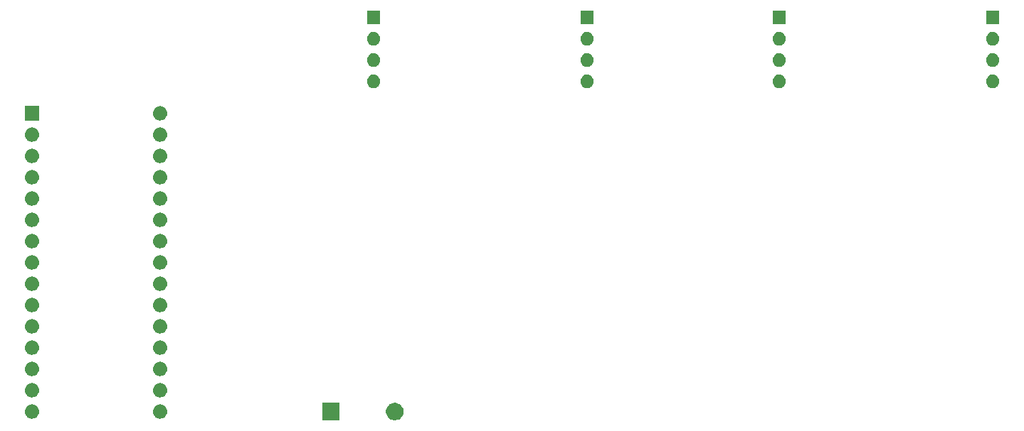
<source format=gbs>
G04 #@! TF.GenerationSoftware,KiCad,Pcbnew,(5.1.0)-1*
G04 #@! TF.CreationDate,2019-10-21T13:58:11-04:00*
G04 #@! TF.ProjectId,PCB_NEW,5043425f-4e45-4572-9e6b-696361645f70,rev?*
G04 #@! TF.SameCoordinates,Original*
G04 #@! TF.FileFunction,Soldermask,Bot*
G04 #@! TF.FilePolarity,Negative*
%FSLAX46Y46*%
G04 Gerber Fmt 4.6, Leading zero omitted, Abs format (unit mm)*
G04 Created by KiCad (PCBNEW (5.1.0)-1) date 2019-10-21 13:58:11*
%MOMM*%
%LPD*%
G04 APERTURE LIST*
%ADD10C,0.100000*%
G04 APERTURE END LIST*
D10*
G36*
X105696564Y-122179389D02*
G01*
X105887833Y-122258615D01*
X105887835Y-122258616D01*
X106008138Y-122339000D01*
X106059973Y-122373635D01*
X106206365Y-122520027D01*
X106321385Y-122692167D01*
X106400611Y-122883436D01*
X106441000Y-123086484D01*
X106441000Y-123293516D01*
X106400611Y-123496564D01*
X106330811Y-123665076D01*
X106321384Y-123687835D01*
X106206365Y-123859973D01*
X106059973Y-124006365D01*
X105887835Y-124121384D01*
X105887834Y-124121385D01*
X105887833Y-124121385D01*
X105696564Y-124200611D01*
X105493516Y-124241000D01*
X105286484Y-124241000D01*
X105083436Y-124200611D01*
X104892167Y-124121385D01*
X104892166Y-124121385D01*
X104892165Y-124121384D01*
X104720027Y-124006365D01*
X104573635Y-123859973D01*
X104458616Y-123687835D01*
X104449189Y-123665076D01*
X104379389Y-123496564D01*
X104339000Y-123293516D01*
X104339000Y-123086484D01*
X104379389Y-122883436D01*
X104458615Y-122692167D01*
X104573635Y-122520027D01*
X104720027Y-122373635D01*
X104771862Y-122339000D01*
X104892165Y-122258616D01*
X104892167Y-122258615D01*
X105083436Y-122179389D01*
X105286484Y-122139000D01*
X105493516Y-122139000D01*
X105696564Y-122179389D01*
X105696564Y-122179389D01*
G37*
G36*
X98841000Y-124241000D02*
G01*
X96739000Y-124241000D01*
X96739000Y-122139000D01*
X98841000Y-122139000D01*
X98841000Y-124241000D01*
X98841000Y-124241000D01*
G37*
G36*
X62396823Y-122351313D02*
G01*
X62557242Y-122399976D01*
X62689906Y-122470886D01*
X62705078Y-122478996D01*
X62834659Y-122585341D01*
X62941004Y-122714922D01*
X62941005Y-122714924D01*
X63020024Y-122862758D01*
X63068687Y-123023177D01*
X63085117Y-123190000D01*
X63068687Y-123356823D01*
X63020024Y-123517242D01*
X62949114Y-123649906D01*
X62941004Y-123665078D01*
X62834659Y-123794659D01*
X62705078Y-123901004D01*
X62705076Y-123901005D01*
X62557242Y-123980024D01*
X62396823Y-124028687D01*
X62271804Y-124041000D01*
X62188196Y-124041000D01*
X62063177Y-124028687D01*
X61902758Y-123980024D01*
X61754924Y-123901005D01*
X61754922Y-123901004D01*
X61625341Y-123794659D01*
X61518996Y-123665078D01*
X61510886Y-123649906D01*
X61439976Y-123517242D01*
X61391313Y-123356823D01*
X61374883Y-123190000D01*
X61391313Y-123023177D01*
X61439976Y-122862758D01*
X61518995Y-122714924D01*
X61518996Y-122714922D01*
X61625341Y-122585341D01*
X61754922Y-122478996D01*
X61770094Y-122470886D01*
X61902758Y-122399976D01*
X62063177Y-122351313D01*
X62188196Y-122339000D01*
X62271804Y-122339000D01*
X62396823Y-122351313D01*
X62396823Y-122351313D01*
G37*
G36*
X77636823Y-122351313D02*
G01*
X77797242Y-122399976D01*
X77929906Y-122470886D01*
X77945078Y-122478996D01*
X78074659Y-122585341D01*
X78181004Y-122714922D01*
X78181005Y-122714924D01*
X78260024Y-122862758D01*
X78308687Y-123023177D01*
X78325117Y-123190000D01*
X78308687Y-123356823D01*
X78260024Y-123517242D01*
X78189114Y-123649906D01*
X78181004Y-123665078D01*
X78074659Y-123794659D01*
X77945078Y-123901004D01*
X77945076Y-123901005D01*
X77797242Y-123980024D01*
X77636823Y-124028687D01*
X77511804Y-124041000D01*
X77428196Y-124041000D01*
X77303177Y-124028687D01*
X77142758Y-123980024D01*
X76994924Y-123901005D01*
X76994922Y-123901004D01*
X76865341Y-123794659D01*
X76758996Y-123665078D01*
X76750886Y-123649906D01*
X76679976Y-123517242D01*
X76631313Y-123356823D01*
X76614883Y-123190000D01*
X76631313Y-123023177D01*
X76679976Y-122862758D01*
X76758995Y-122714924D01*
X76758996Y-122714922D01*
X76865341Y-122585341D01*
X76994922Y-122478996D01*
X77010094Y-122470886D01*
X77142758Y-122399976D01*
X77303177Y-122351313D01*
X77428196Y-122339000D01*
X77511804Y-122339000D01*
X77636823Y-122351313D01*
X77636823Y-122351313D01*
G37*
G36*
X62396823Y-119811313D02*
G01*
X62557242Y-119859976D01*
X62689906Y-119930886D01*
X62705078Y-119938996D01*
X62834659Y-120045341D01*
X62941004Y-120174922D01*
X62941005Y-120174924D01*
X63020024Y-120322758D01*
X63068687Y-120483177D01*
X63085117Y-120650000D01*
X63068687Y-120816823D01*
X63020024Y-120977242D01*
X62949114Y-121109906D01*
X62941004Y-121125078D01*
X62834659Y-121254659D01*
X62705078Y-121361004D01*
X62705076Y-121361005D01*
X62557242Y-121440024D01*
X62396823Y-121488687D01*
X62271804Y-121501000D01*
X62188196Y-121501000D01*
X62063177Y-121488687D01*
X61902758Y-121440024D01*
X61754924Y-121361005D01*
X61754922Y-121361004D01*
X61625341Y-121254659D01*
X61518996Y-121125078D01*
X61510886Y-121109906D01*
X61439976Y-120977242D01*
X61391313Y-120816823D01*
X61374883Y-120650000D01*
X61391313Y-120483177D01*
X61439976Y-120322758D01*
X61518995Y-120174924D01*
X61518996Y-120174922D01*
X61625341Y-120045341D01*
X61754922Y-119938996D01*
X61770094Y-119930886D01*
X61902758Y-119859976D01*
X62063177Y-119811313D01*
X62188196Y-119799000D01*
X62271804Y-119799000D01*
X62396823Y-119811313D01*
X62396823Y-119811313D01*
G37*
G36*
X77636823Y-119811313D02*
G01*
X77797242Y-119859976D01*
X77929906Y-119930886D01*
X77945078Y-119938996D01*
X78074659Y-120045341D01*
X78181004Y-120174922D01*
X78181005Y-120174924D01*
X78260024Y-120322758D01*
X78308687Y-120483177D01*
X78325117Y-120650000D01*
X78308687Y-120816823D01*
X78260024Y-120977242D01*
X78189114Y-121109906D01*
X78181004Y-121125078D01*
X78074659Y-121254659D01*
X77945078Y-121361004D01*
X77945076Y-121361005D01*
X77797242Y-121440024D01*
X77636823Y-121488687D01*
X77511804Y-121501000D01*
X77428196Y-121501000D01*
X77303177Y-121488687D01*
X77142758Y-121440024D01*
X76994924Y-121361005D01*
X76994922Y-121361004D01*
X76865341Y-121254659D01*
X76758996Y-121125078D01*
X76750886Y-121109906D01*
X76679976Y-120977242D01*
X76631313Y-120816823D01*
X76614883Y-120650000D01*
X76631313Y-120483177D01*
X76679976Y-120322758D01*
X76758995Y-120174924D01*
X76758996Y-120174922D01*
X76865341Y-120045341D01*
X76994922Y-119938996D01*
X77010094Y-119930886D01*
X77142758Y-119859976D01*
X77303177Y-119811313D01*
X77428196Y-119799000D01*
X77511804Y-119799000D01*
X77636823Y-119811313D01*
X77636823Y-119811313D01*
G37*
G36*
X77636823Y-117271313D02*
G01*
X77797242Y-117319976D01*
X77929906Y-117390886D01*
X77945078Y-117398996D01*
X78074659Y-117505341D01*
X78181004Y-117634922D01*
X78181005Y-117634924D01*
X78260024Y-117782758D01*
X78308687Y-117943177D01*
X78325117Y-118110000D01*
X78308687Y-118276823D01*
X78260024Y-118437242D01*
X78189114Y-118569906D01*
X78181004Y-118585078D01*
X78074659Y-118714659D01*
X77945078Y-118821004D01*
X77945076Y-118821005D01*
X77797242Y-118900024D01*
X77636823Y-118948687D01*
X77511804Y-118961000D01*
X77428196Y-118961000D01*
X77303177Y-118948687D01*
X77142758Y-118900024D01*
X76994924Y-118821005D01*
X76994922Y-118821004D01*
X76865341Y-118714659D01*
X76758996Y-118585078D01*
X76750886Y-118569906D01*
X76679976Y-118437242D01*
X76631313Y-118276823D01*
X76614883Y-118110000D01*
X76631313Y-117943177D01*
X76679976Y-117782758D01*
X76758995Y-117634924D01*
X76758996Y-117634922D01*
X76865341Y-117505341D01*
X76994922Y-117398996D01*
X77010094Y-117390886D01*
X77142758Y-117319976D01*
X77303177Y-117271313D01*
X77428196Y-117259000D01*
X77511804Y-117259000D01*
X77636823Y-117271313D01*
X77636823Y-117271313D01*
G37*
G36*
X62396823Y-117271313D02*
G01*
X62557242Y-117319976D01*
X62689906Y-117390886D01*
X62705078Y-117398996D01*
X62834659Y-117505341D01*
X62941004Y-117634922D01*
X62941005Y-117634924D01*
X63020024Y-117782758D01*
X63068687Y-117943177D01*
X63085117Y-118110000D01*
X63068687Y-118276823D01*
X63020024Y-118437242D01*
X62949114Y-118569906D01*
X62941004Y-118585078D01*
X62834659Y-118714659D01*
X62705078Y-118821004D01*
X62705076Y-118821005D01*
X62557242Y-118900024D01*
X62396823Y-118948687D01*
X62271804Y-118961000D01*
X62188196Y-118961000D01*
X62063177Y-118948687D01*
X61902758Y-118900024D01*
X61754924Y-118821005D01*
X61754922Y-118821004D01*
X61625341Y-118714659D01*
X61518996Y-118585078D01*
X61510886Y-118569906D01*
X61439976Y-118437242D01*
X61391313Y-118276823D01*
X61374883Y-118110000D01*
X61391313Y-117943177D01*
X61439976Y-117782758D01*
X61518995Y-117634924D01*
X61518996Y-117634922D01*
X61625341Y-117505341D01*
X61754922Y-117398996D01*
X61770094Y-117390886D01*
X61902758Y-117319976D01*
X62063177Y-117271313D01*
X62188196Y-117259000D01*
X62271804Y-117259000D01*
X62396823Y-117271313D01*
X62396823Y-117271313D01*
G37*
G36*
X62396823Y-114731313D02*
G01*
X62557242Y-114779976D01*
X62689906Y-114850886D01*
X62705078Y-114858996D01*
X62834659Y-114965341D01*
X62941004Y-115094922D01*
X62941005Y-115094924D01*
X63020024Y-115242758D01*
X63068687Y-115403177D01*
X63085117Y-115570000D01*
X63068687Y-115736823D01*
X63020024Y-115897242D01*
X62949114Y-116029906D01*
X62941004Y-116045078D01*
X62834659Y-116174659D01*
X62705078Y-116281004D01*
X62705076Y-116281005D01*
X62557242Y-116360024D01*
X62396823Y-116408687D01*
X62271804Y-116421000D01*
X62188196Y-116421000D01*
X62063177Y-116408687D01*
X61902758Y-116360024D01*
X61754924Y-116281005D01*
X61754922Y-116281004D01*
X61625341Y-116174659D01*
X61518996Y-116045078D01*
X61510886Y-116029906D01*
X61439976Y-115897242D01*
X61391313Y-115736823D01*
X61374883Y-115570000D01*
X61391313Y-115403177D01*
X61439976Y-115242758D01*
X61518995Y-115094924D01*
X61518996Y-115094922D01*
X61625341Y-114965341D01*
X61754922Y-114858996D01*
X61770094Y-114850886D01*
X61902758Y-114779976D01*
X62063177Y-114731313D01*
X62188196Y-114719000D01*
X62271804Y-114719000D01*
X62396823Y-114731313D01*
X62396823Y-114731313D01*
G37*
G36*
X77636823Y-114731313D02*
G01*
X77797242Y-114779976D01*
X77929906Y-114850886D01*
X77945078Y-114858996D01*
X78074659Y-114965341D01*
X78181004Y-115094922D01*
X78181005Y-115094924D01*
X78260024Y-115242758D01*
X78308687Y-115403177D01*
X78325117Y-115570000D01*
X78308687Y-115736823D01*
X78260024Y-115897242D01*
X78189114Y-116029906D01*
X78181004Y-116045078D01*
X78074659Y-116174659D01*
X77945078Y-116281004D01*
X77945076Y-116281005D01*
X77797242Y-116360024D01*
X77636823Y-116408687D01*
X77511804Y-116421000D01*
X77428196Y-116421000D01*
X77303177Y-116408687D01*
X77142758Y-116360024D01*
X76994924Y-116281005D01*
X76994922Y-116281004D01*
X76865341Y-116174659D01*
X76758996Y-116045078D01*
X76750886Y-116029906D01*
X76679976Y-115897242D01*
X76631313Y-115736823D01*
X76614883Y-115570000D01*
X76631313Y-115403177D01*
X76679976Y-115242758D01*
X76758995Y-115094924D01*
X76758996Y-115094922D01*
X76865341Y-114965341D01*
X76994922Y-114858996D01*
X77010094Y-114850886D01*
X77142758Y-114779976D01*
X77303177Y-114731313D01*
X77428196Y-114719000D01*
X77511804Y-114719000D01*
X77636823Y-114731313D01*
X77636823Y-114731313D01*
G37*
G36*
X62396823Y-112191313D02*
G01*
X62557242Y-112239976D01*
X62689906Y-112310886D01*
X62705078Y-112318996D01*
X62834659Y-112425341D01*
X62941004Y-112554922D01*
X62941005Y-112554924D01*
X63020024Y-112702758D01*
X63068687Y-112863177D01*
X63085117Y-113030000D01*
X63068687Y-113196823D01*
X63020024Y-113357242D01*
X62949114Y-113489906D01*
X62941004Y-113505078D01*
X62834659Y-113634659D01*
X62705078Y-113741004D01*
X62705076Y-113741005D01*
X62557242Y-113820024D01*
X62396823Y-113868687D01*
X62271804Y-113881000D01*
X62188196Y-113881000D01*
X62063177Y-113868687D01*
X61902758Y-113820024D01*
X61754924Y-113741005D01*
X61754922Y-113741004D01*
X61625341Y-113634659D01*
X61518996Y-113505078D01*
X61510886Y-113489906D01*
X61439976Y-113357242D01*
X61391313Y-113196823D01*
X61374883Y-113030000D01*
X61391313Y-112863177D01*
X61439976Y-112702758D01*
X61518995Y-112554924D01*
X61518996Y-112554922D01*
X61625341Y-112425341D01*
X61754922Y-112318996D01*
X61770094Y-112310886D01*
X61902758Y-112239976D01*
X62063177Y-112191313D01*
X62188196Y-112179000D01*
X62271804Y-112179000D01*
X62396823Y-112191313D01*
X62396823Y-112191313D01*
G37*
G36*
X77636823Y-112191313D02*
G01*
X77797242Y-112239976D01*
X77929906Y-112310886D01*
X77945078Y-112318996D01*
X78074659Y-112425341D01*
X78181004Y-112554922D01*
X78181005Y-112554924D01*
X78260024Y-112702758D01*
X78308687Y-112863177D01*
X78325117Y-113030000D01*
X78308687Y-113196823D01*
X78260024Y-113357242D01*
X78189114Y-113489906D01*
X78181004Y-113505078D01*
X78074659Y-113634659D01*
X77945078Y-113741004D01*
X77945076Y-113741005D01*
X77797242Y-113820024D01*
X77636823Y-113868687D01*
X77511804Y-113881000D01*
X77428196Y-113881000D01*
X77303177Y-113868687D01*
X77142758Y-113820024D01*
X76994924Y-113741005D01*
X76994922Y-113741004D01*
X76865341Y-113634659D01*
X76758996Y-113505078D01*
X76750886Y-113489906D01*
X76679976Y-113357242D01*
X76631313Y-113196823D01*
X76614883Y-113030000D01*
X76631313Y-112863177D01*
X76679976Y-112702758D01*
X76758995Y-112554924D01*
X76758996Y-112554922D01*
X76865341Y-112425341D01*
X76994922Y-112318996D01*
X77010094Y-112310886D01*
X77142758Y-112239976D01*
X77303177Y-112191313D01*
X77428196Y-112179000D01*
X77511804Y-112179000D01*
X77636823Y-112191313D01*
X77636823Y-112191313D01*
G37*
G36*
X62396823Y-109651313D02*
G01*
X62557242Y-109699976D01*
X62689906Y-109770886D01*
X62705078Y-109778996D01*
X62834659Y-109885341D01*
X62941004Y-110014922D01*
X62941005Y-110014924D01*
X63020024Y-110162758D01*
X63068687Y-110323177D01*
X63085117Y-110490000D01*
X63068687Y-110656823D01*
X63020024Y-110817242D01*
X62949114Y-110949906D01*
X62941004Y-110965078D01*
X62834659Y-111094659D01*
X62705078Y-111201004D01*
X62705076Y-111201005D01*
X62557242Y-111280024D01*
X62396823Y-111328687D01*
X62271804Y-111341000D01*
X62188196Y-111341000D01*
X62063177Y-111328687D01*
X61902758Y-111280024D01*
X61754924Y-111201005D01*
X61754922Y-111201004D01*
X61625341Y-111094659D01*
X61518996Y-110965078D01*
X61510886Y-110949906D01*
X61439976Y-110817242D01*
X61391313Y-110656823D01*
X61374883Y-110490000D01*
X61391313Y-110323177D01*
X61439976Y-110162758D01*
X61518995Y-110014924D01*
X61518996Y-110014922D01*
X61625341Y-109885341D01*
X61754922Y-109778996D01*
X61770094Y-109770886D01*
X61902758Y-109699976D01*
X62063177Y-109651313D01*
X62188196Y-109639000D01*
X62271804Y-109639000D01*
X62396823Y-109651313D01*
X62396823Y-109651313D01*
G37*
G36*
X77636823Y-109651313D02*
G01*
X77797242Y-109699976D01*
X77929906Y-109770886D01*
X77945078Y-109778996D01*
X78074659Y-109885341D01*
X78181004Y-110014922D01*
X78181005Y-110014924D01*
X78260024Y-110162758D01*
X78308687Y-110323177D01*
X78325117Y-110490000D01*
X78308687Y-110656823D01*
X78260024Y-110817242D01*
X78189114Y-110949906D01*
X78181004Y-110965078D01*
X78074659Y-111094659D01*
X77945078Y-111201004D01*
X77945076Y-111201005D01*
X77797242Y-111280024D01*
X77636823Y-111328687D01*
X77511804Y-111341000D01*
X77428196Y-111341000D01*
X77303177Y-111328687D01*
X77142758Y-111280024D01*
X76994924Y-111201005D01*
X76994922Y-111201004D01*
X76865341Y-111094659D01*
X76758996Y-110965078D01*
X76750886Y-110949906D01*
X76679976Y-110817242D01*
X76631313Y-110656823D01*
X76614883Y-110490000D01*
X76631313Y-110323177D01*
X76679976Y-110162758D01*
X76758995Y-110014924D01*
X76758996Y-110014922D01*
X76865341Y-109885341D01*
X76994922Y-109778996D01*
X77010094Y-109770886D01*
X77142758Y-109699976D01*
X77303177Y-109651313D01*
X77428196Y-109639000D01*
X77511804Y-109639000D01*
X77636823Y-109651313D01*
X77636823Y-109651313D01*
G37*
G36*
X62396823Y-107111313D02*
G01*
X62557242Y-107159976D01*
X62689906Y-107230886D01*
X62705078Y-107238996D01*
X62834659Y-107345341D01*
X62941004Y-107474922D01*
X62941005Y-107474924D01*
X63020024Y-107622758D01*
X63068687Y-107783177D01*
X63085117Y-107950000D01*
X63068687Y-108116823D01*
X63020024Y-108277242D01*
X62949114Y-108409906D01*
X62941004Y-108425078D01*
X62834659Y-108554659D01*
X62705078Y-108661004D01*
X62705076Y-108661005D01*
X62557242Y-108740024D01*
X62396823Y-108788687D01*
X62271804Y-108801000D01*
X62188196Y-108801000D01*
X62063177Y-108788687D01*
X61902758Y-108740024D01*
X61754924Y-108661005D01*
X61754922Y-108661004D01*
X61625341Y-108554659D01*
X61518996Y-108425078D01*
X61510886Y-108409906D01*
X61439976Y-108277242D01*
X61391313Y-108116823D01*
X61374883Y-107950000D01*
X61391313Y-107783177D01*
X61439976Y-107622758D01*
X61518995Y-107474924D01*
X61518996Y-107474922D01*
X61625341Y-107345341D01*
X61754922Y-107238996D01*
X61770094Y-107230886D01*
X61902758Y-107159976D01*
X62063177Y-107111313D01*
X62188196Y-107099000D01*
X62271804Y-107099000D01*
X62396823Y-107111313D01*
X62396823Y-107111313D01*
G37*
G36*
X77636823Y-107111313D02*
G01*
X77797242Y-107159976D01*
X77929906Y-107230886D01*
X77945078Y-107238996D01*
X78074659Y-107345341D01*
X78181004Y-107474922D01*
X78181005Y-107474924D01*
X78260024Y-107622758D01*
X78308687Y-107783177D01*
X78325117Y-107950000D01*
X78308687Y-108116823D01*
X78260024Y-108277242D01*
X78189114Y-108409906D01*
X78181004Y-108425078D01*
X78074659Y-108554659D01*
X77945078Y-108661004D01*
X77945076Y-108661005D01*
X77797242Y-108740024D01*
X77636823Y-108788687D01*
X77511804Y-108801000D01*
X77428196Y-108801000D01*
X77303177Y-108788687D01*
X77142758Y-108740024D01*
X76994924Y-108661005D01*
X76994922Y-108661004D01*
X76865341Y-108554659D01*
X76758996Y-108425078D01*
X76750886Y-108409906D01*
X76679976Y-108277242D01*
X76631313Y-108116823D01*
X76614883Y-107950000D01*
X76631313Y-107783177D01*
X76679976Y-107622758D01*
X76758995Y-107474924D01*
X76758996Y-107474922D01*
X76865341Y-107345341D01*
X76994922Y-107238996D01*
X77010094Y-107230886D01*
X77142758Y-107159976D01*
X77303177Y-107111313D01*
X77428196Y-107099000D01*
X77511804Y-107099000D01*
X77636823Y-107111313D01*
X77636823Y-107111313D01*
G37*
G36*
X62396823Y-104571313D02*
G01*
X62557242Y-104619976D01*
X62689906Y-104690886D01*
X62705078Y-104698996D01*
X62834659Y-104805341D01*
X62941004Y-104934922D01*
X62941005Y-104934924D01*
X63020024Y-105082758D01*
X63068687Y-105243177D01*
X63085117Y-105410000D01*
X63068687Y-105576823D01*
X63020024Y-105737242D01*
X62949114Y-105869906D01*
X62941004Y-105885078D01*
X62834659Y-106014659D01*
X62705078Y-106121004D01*
X62705076Y-106121005D01*
X62557242Y-106200024D01*
X62396823Y-106248687D01*
X62271804Y-106261000D01*
X62188196Y-106261000D01*
X62063177Y-106248687D01*
X61902758Y-106200024D01*
X61754924Y-106121005D01*
X61754922Y-106121004D01*
X61625341Y-106014659D01*
X61518996Y-105885078D01*
X61510886Y-105869906D01*
X61439976Y-105737242D01*
X61391313Y-105576823D01*
X61374883Y-105410000D01*
X61391313Y-105243177D01*
X61439976Y-105082758D01*
X61518995Y-104934924D01*
X61518996Y-104934922D01*
X61625341Y-104805341D01*
X61754922Y-104698996D01*
X61770094Y-104690886D01*
X61902758Y-104619976D01*
X62063177Y-104571313D01*
X62188196Y-104559000D01*
X62271804Y-104559000D01*
X62396823Y-104571313D01*
X62396823Y-104571313D01*
G37*
G36*
X77636823Y-104571313D02*
G01*
X77797242Y-104619976D01*
X77929906Y-104690886D01*
X77945078Y-104698996D01*
X78074659Y-104805341D01*
X78181004Y-104934922D01*
X78181005Y-104934924D01*
X78260024Y-105082758D01*
X78308687Y-105243177D01*
X78325117Y-105410000D01*
X78308687Y-105576823D01*
X78260024Y-105737242D01*
X78189114Y-105869906D01*
X78181004Y-105885078D01*
X78074659Y-106014659D01*
X77945078Y-106121004D01*
X77945076Y-106121005D01*
X77797242Y-106200024D01*
X77636823Y-106248687D01*
X77511804Y-106261000D01*
X77428196Y-106261000D01*
X77303177Y-106248687D01*
X77142758Y-106200024D01*
X76994924Y-106121005D01*
X76994922Y-106121004D01*
X76865341Y-106014659D01*
X76758996Y-105885078D01*
X76750886Y-105869906D01*
X76679976Y-105737242D01*
X76631313Y-105576823D01*
X76614883Y-105410000D01*
X76631313Y-105243177D01*
X76679976Y-105082758D01*
X76758995Y-104934924D01*
X76758996Y-104934922D01*
X76865341Y-104805341D01*
X76994922Y-104698996D01*
X77010094Y-104690886D01*
X77142758Y-104619976D01*
X77303177Y-104571313D01*
X77428196Y-104559000D01*
X77511804Y-104559000D01*
X77636823Y-104571313D01*
X77636823Y-104571313D01*
G37*
G36*
X62396823Y-102031313D02*
G01*
X62557242Y-102079976D01*
X62689906Y-102150886D01*
X62705078Y-102158996D01*
X62834659Y-102265341D01*
X62941004Y-102394922D01*
X62941005Y-102394924D01*
X63020024Y-102542758D01*
X63068687Y-102703177D01*
X63085117Y-102870000D01*
X63068687Y-103036823D01*
X63020024Y-103197242D01*
X62949114Y-103329906D01*
X62941004Y-103345078D01*
X62834659Y-103474659D01*
X62705078Y-103581004D01*
X62705076Y-103581005D01*
X62557242Y-103660024D01*
X62396823Y-103708687D01*
X62271804Y-103721000D01*
X62188196Y-103721000D01*
X62063177Y-103708687D01*
X61902758Y-103660024D01*
X61754924Y-103581005D01*
X61754922Y-103581004D01*
X61625341Y-103474659D01*
X61518996Y-103345078D01*
X61510886Y-103329906D01*
X61439976Y-103197242D01*
X61391313Y-103036823D01*
X61374883Y-102870000D01*
X61391313Y-102703177D01*
X61439976Y-102542758D01*
X61518995Y-102394924D01*
X61518996Y-102394922D01*
X61625341Y-102265341D01*
X61754922Y-102158996D01*
X61770094Y-102150886D01*
X61902758Y-102079976D01*
X62063177Y-102031313D01*
X62188196Y-102019000D01*
X62271804Y-102019000D01*
X62396823Y-102031313D01*
X62396823Y-102031313D01*
G37*
G36*
X77636823Y-102031313D02*
G01*
X77797242Y-102079976D01*
X77929906Y-102150886D01*
X77945078Y-102158996D01*
X78074659Y-102265341D01*
X78181004Y-102394922D01*
X78181005Y-102394924D01*
X78260024Y-102542758D01*
X78308687Y-102703177D01*
X78325117Y-102870000D01*
X78308687Y-103036823D01*
X78260024Y-103197242D01*
X78189114Y-103329906D01*
X78181004Y-103345078D01*
X78074659Y-103474659D01*
X77945078Y-103581004D01*
X77945076Y-103581005D01*
X77797242Y-103660024D01*
X77636823Y-103708687D01*
X77511804Y-103721000D01*
X77428196Y-103721000D01*
X77303177Y-103708687D01*
X77142758Y-103660024D01*
X76994924Y-103581005D01*
X76994922Y-103581004D01*
X76865341Y-103474659D01*
X76758996Y-103345078D01*
X76750886Y-103329906D01*
X76679976Y-103197242D01*
X76631313Y-103036823D01*
X76614883Y-102870000D01*
X76631313Y-102703177D01*
X76679976Y-102542758D01*
X76758995Y-102394924D01*
X76758996Y-102394922D01*
X76865341Y-102265341D01*
X76994922Y-102158996D01*
X77010094Y-102150886D01*
X77142758Y-102079976D01*
X77303177Y-102031313D01*
X77428196Y-102019000D01*
X77511804Y-102019000D01*
X77636823Y-102031313D01*
X77636823Y-102031313D01*
G37*
G36*
X62396823Y-99491313D02*
G01*
X62557242Y-99539976D01*
X62689906Y-99610886D01*
X62705078Y-99618996D01*
X62834659Y-99725341D01*
X62941004Y-99854922D01*
X62941005Y-99854924D01*
X63020024Y-100002758D01*
X63068687Y-100163177D01*
X63085117Y-100330000D01*
X63068687Y-100496823D01*
X63020024Y-100657242D01*
X62949114Y-100789906D01*
X62941004Y-100805078D01*
X62834659Y-100934659D01*
X62705078Y-101041004D01*
X62705076Y-101041005D01*
X62557242Y-101120024D01*
X62396823Y-101168687D01*
X62271804Y-101181000D01*
X62188196Y-101181000D01*
X62063177Y-101168687D01*
X61902758Y-101120024D01*
X61754924Y-101041005D01*
X61754922Y-101041004D01*
X61625341Y-100934659D01*
X61518996Y-100805078D01*
X61510886Y-100789906D01*
X61439976Y-100657242D01*
X61391313Y-100496823D01*
X61374883Y-100330000D01*
X61391313Y-100163177D01*
X61439976Y-100002758D01*
X61518995Y-99854924D01*
X61518996Y-99854922D01*
X61625341Y-99725341D01*
X61754922Y-99618996D01*
X61770094Y-99610886D01*
X61902758Y-99539976D01*
X62063177Y-99491313D01*
X62188196Y-99479000D01*
X62271804Y-99479000D01*
X62396823Y-99491313D01*
X62396823Y-99491313D01*
G37*
G36*
X77636823Y-99491313D02*
G01*
X77797242Y-99539976D01*
X77929906Y-99610886D01*
X77945078Y-99618996D01*
X78074659Y-99725341D01*
X78181004Y-99854922D01*
X78181005Y-99854924D01*
X78260024Y-100002758D01*
X78308687Y-100163177D01*
X78325117Y-100330000D01*
X78308687Y-100496823D01*
X78260024Y-100657242D01*
X78189114Y-100789906D01*
X78181004Y-100805078D01*
X78074659Y-100934659D01*
X77945078Y-101041004D01*
X77945076Y-101041005D01*
X77797242Y-101120024D01*
X77636823Y-101168687D01*
X77511804Y-101181000D01*
X77428196Y-101181000D01*
X77303177Y-101168687D01*
X77142758Y-101120024D01*
X76994924Y-101041005D01*
X76994922Y-101041004D01*
X76865341Y-100934659D01*
X76758996Y-100805078D01*
X76750886Y-100789906D01*
X76679976Y-100657242D01*
X76631313Y-100496823D01*
X76614883Y-100330000D01*
X76631313Y-100163177D01*
X76679976Y-100002758D01*
X76758995Y-99854924D01*
X76758996Y-99854922D01*
X76865341Y-99725341D01*
X76994922Y-99618996D01*
X77010094Y-99610886D01*
X77142758Y-99539976D01*
X77303177Y-99491313D01*
X77428196Y-99479000D01*
X77511804Y-99479000D01*
X77636823Y-99491313D01*
X77636823Y-99491313D01*
G37*
G36*
X77636823Y-96951313D02*
G01*
X77797242Y-96999976D01*
X77929906Y-97070886D01*
X77945078Y-97078996D01*
X78074659Y-97185341D01*
X78181004Y-97314922D01*
X78181005Y-97314924D01*
X78260024Y-97462758D01*
X78308687Y-97623177D01*
X78325117Y-97790000D01*
X78308687Y-97956823D01*
X78260024Y-98117242D01*
X78189114Y-98249906D01*
X78181004Y-98265078D01*
X78074659Y-98394659D01*
X77945078Y-98501004D01*
X77945076Y-98501005D01*
X77797242Y-98580024D01*
X77636823Y-98628687D01*
X77511804Y-98641000D01*
X77428196Y-98641000D01*
X77303177Y-98628687D01*
X77142758Y-98580024D01*
X76994924Y-98501005D01*
X76994922Y-98501004D01*
X76865341Y-98394659D01*
X76758996Y-98265078D01*
X76750886Y-98249906D01*
X76679976Y-98117242D01*
X76631313Y-97956823D01*
X76614883Y-97790000D01*
X76631313Y-97623177D01*
X76679976Y-97462758D01*
X76758995Y-97314924D01*
X76758996Y-97314922D01*
X76865341Y-97185341D01*
X76994922Y-97078996D01*
X77010094Y-97070886D01*
X77142758Y-96999976D01*
X77303177Y-96951313D01*
X77428196Y-96939000D01*
X77511804Y-96939000D01*
X77636823Y-96951313D01*
X77636823Y-96951313D01*
G37*
G36*
X62396823Y-96951313D02*
G01*
X62557242Y-96999976D01*
X62689906Y-97070886D01*
X62705078Y-97078996D01*
X62834659Y-97185341D01*
X62941004Y-97314922D01*
X62941005Y-97314924D01*
X63020024Y-97462758D01*
X63068687Y-97623177D01*
X63085117Y-97790000D01*
X63068687Y-97956823D01*
X63020024Y-98117242D01*
X62949114Y-98249906D01*
X62941004Y-98265078D01*
X62834659Y-98394659D01*
X62705078Y-98501004D01*
X62705076Y-98501005D01*
X62557242Y-98580024D01*
X62396823Y-98628687D01*
X62271804Y-98641000D01*
X62188196Y-98641000D01*
X62063177Y-98628687D01*
X61902758Y-98580024D01*
X61754924Y-98501005D01*
X61754922Y-98501004D01*
X61625341Y-98394659D01*
X61518996Y-98265078D01*
X61510886Y-98249906D01*
X61439976Y-98117242D01*
X61391313Y-97956823D01*
X61374883Y-97790000D01*
X61391313Y-97623177D01*
X61439976Y-97462758D01*
X61518995Y-97314924D01*
X61518996Y-97314922D01*
X61625341Y-97185341D01*
X61754922Y-97078996D01*
X61770094Y-97070886D01*
X61902758Y-96999976D01*
X62063177Y-96951313D01*
X62188196Y-96939000D01*
X62271804Y-96939000D01*
X62396823Y-96951313D01*
X62396823Y-96951313D01*
G37*
G36*
X62396823Y-94411313D02*
G01*
X62557242Y-94459976D01*
X62689906Y-94530886D01*
X62705078Y-94538996D01*
X62834659Y-94645341D01*
X62941004Y-94774922D01*
X62941005Y-94774924D01*
X63020024Y-94922758D01*
X63068687Y-95083177D01*
X63085117Y-95250000D01*
X63068687Y-95416823D01*
X63020024Y-95577242D01*
X62949114Y-95709906D01*
X62941004Y-95725078D01*
X62834659Y-95854659D01*
X62705078Y-95961004D01*
X62705076Y-95961005D01*
X62557242Y-96040024D01*
X62396823Y-96088687D01*
X62271804Y-96101000D01*
X62188196Y-96101000D01*
X62063177Y-96088687D01*
X61902758Y-96040024D01*
X61754924Y-95961005D01*
X61754922Y-95961004D01*
X61625341Y-95854659D01*
X61518996Y-95725078D01*
X61510886Y-95709906D01*
X61439976Y-95577242D01*
X61391313Y-95416823D01*
X61374883Y-95250000D01*
X61391313Y-95083177D01*
X61439976Y-94922758D01*
X61518995Y-94774924D01*
X61518996Y-94774922D01*
X61625341Y-94645341D01*
X61754922Y-94538996D01*
X61770094Y-94530886D01*
X61902758Y-94459976D01*
X62063177Y-94411313D01*
X62188196Y-94399000D01*
X62271804Y-94399000D01*
X62396823Y-94411313D01*
X62396823Y-94411313D01*
G37*
G36*
X77636823Y-94411313D02*
G01*
X77797242Y-94459976D01*
X77929906Y-94530886D01*
X77945078Y-94538996D01*
X78074659Y-94645341D01*
X78181004Y-94774922D01*
X78181005Y-94774924D01*
X78260024Y-94922758D01*
X78308687Y-95083177D01*
X78325117Y-95250000D01*
X78308687Y-95416823D01*
X78260024Y-95577242D01*
X78189114Y-95709906D01*
X78181004Y-95725078D01*
X78074659Y-95854659D01*
X77945078Y-95961004D01*
X77945076Y-95961005D01*
X77797242Y-96040024D01*
X77636823Y-96088687D01*
X77511804Y-96101000D01*
X77428196Y-96101000D01*
X77303177Y-96088687D01*
X77142758Y-96040024D01*
X76994924Y-95961005D01*
X76994922Y-95961004D01*
X76865341Y-95854659D01*
X76758996Y-95725078D01*
X76750886Y-95709906D01*
X76679976Y-95577242D01*
X76631313Y-95416823D01*
X76614883Y-95250000D01*
X76631313Y-95083177D01*
X76679976Y-94922758D01*
X76758995Y-94774924D01*
X76758996Y-94774922D01*
X76865341Y-94645341D01*
X76994922Y-94538996D01*
X77010094Y-94530886D01*
X77142758Y-94459976D01*
X77303177Y-94411313D01*
X77428196Y-94399000D01*
X77511804Y-94399000D01*
X77636823Y-94411313D01*
X77636823Y-94411313D01*
G37*
G36*
X62396823Y-91871313D02*
G01*
X62557242Y-91919976D01*
X62689906Y-91990886D01*
X62705078Y-91998996D01*
X62834659Y-92105341D01*
X62941004Y-92234922D01*
X62941005Y-92234924D01*
X63020024Y-92382758D01*
X63068687Y-92543177D01*
X63085117Y-92710000D01*
X63068687Y-92876823D01*
X63020024Y-93037242D01*
X62949114Y-93169906D01*
X62941004Y-93185078D01*
X62834659Y-93314659D01*
X62705078Y-93421004D01*
X62705076Y-93421005D01*
X62557242Y-93500024D01*
X62396823Y-93548687D01*
X62271804Y-93561000D01*
X62188196Y-93561000D01*
X62063177Y-93548687D01*
X61902758Y-93500024D01*
X61754924Y-93421005D01*
X61754922Y-93421004D01*
X61625341Y-93314659D01*
X61518996Y-93185078D01*
X61510886Y-93169906D01*
X61439976Y-93037242D01*
X61391313Y-92876823D01*
X61374883Y-92710000D01*
X61391313Y-92543177D01*
X61439976Y-92382758D01*
X61518995Y-92234924D01*
X61518996Y-92234922D01*
X61625341Y-92105341D01*
X61754922Y-91998996D01*
X61770094Y-91990886D01*
X61902758Y-91919976D01*
X62063177Y-91871313D01*
X62188196Y-91859000D01*
X62271804Y-91859000D01*
X62396823Y-91871313D01*
X62396823Y-91871313D01*
G37*
G36*
X77636823Y-91871313D02*
G01*
X77797242Y-91919976D01*
X77929906Y-91990886D01*
X77945078Y-91998996D01*
X78074659Y-92105341D01*
X78181004Y-92234922D01*
X78181005Y-92234924D01*
X78260024Y-92382758D01*
X78308687Y-92543177D01*
X78325117Y-92710000D01*
X78308687Y-92876823D01*
X78260024Y-93037242D01*
X78189114Y-93169906D01*
X78181004Y-93185078D01*
X78074659Y-93314659D01*
X77945078Y-93421004D01*
X77945076Y-93421005D01*
X77797242Y-93500024D01*
X77636823Y-93548687D01*
X77511804Y-93561000D01*
X77428196Y-93561000D01*
X77303177Y-93548687D01*
X77142758Y-93500024D01*
X76994924Y-93421005D01*
X76994922Y-93421004D01*
X76865341Y-93314659D01*
X76758996Y-93185078D01*
X76750886Y-93169906D01*
X76679976Y-93037242D01*
X76631313Y-92876823D01*
X76614883Y-92710000D01*
X76631313Y-92543177D01*
X76679976Y-92382758D01*
X76758995Y-92234924D01*
X76758996Y-92234922D01*
X76865341Y-92105341D01*
X76994922Y-91998996D01*
X77010094Y-91990886D01*
X77142758Y-91919976D01*
X77303177Y-91871313D01*
X77428196Y-91859000D01*
X77511804Y-91859000D01*
X77636823Y-91871313D01*
X77636823Y-91871313D01*
G37*
G36*
X62396823Y-89331313D02*
G01*
X62557242Y-89379976D01*
X62689906Y-89450886D01*
X62705078Y-89458996D01*
X62834659Y-89565341D01*
X62941004Y-89694922D01*
X62941005Y-89694924D01*
X63020024Y-89842758D01*
X63068687Y-90003177D01*
X63085117Y-90170000D01*
X63068687Y-90336823D01*
X63020024Y-90497242D01*
X62949114Y-90629906D01*
X62941004Y-90645078D01*
X62834659Y-90774659D01*
X62705078Y-90881004D01*
X62705076Y-90881005D01*
X62557242Y-90960024D01*
X62396823Y-91008687D01*
X62271804Y-91021000D01*
X62188196Y-91021000D01*
X62063177Y-91008687D01*
X61902758Y-90960024D01*
X61754924Y-90881005D01*
X61754922Y-90881004D01*
X61625341Y-90774659D01*
X61518996Y-90645078D01*
X61510886Y-90629906D01*
X61439976Y-90497242D01*
X61391313Y-90336823D01*
X61374883Y-90170000D01*
X61391313Y-90003177D01*
X61439976Y-89842758D01*
X61518995Y-89694924D01*
X61518996Y-89694922D01*
X61625341Y-89565341D01*
X61754922Y-89458996D01*
X61770094Y-89450886D01*
X61902758Y-89379976D01*
X62063177Y-89331313D01*
X62188196Y-89319000D01*
X62271804Y-89319000D01*
X62396823Y-89331313D01*
X62396823Y-89331313D01*
G37*
G36*
X77636823Y-89331313D02*
G01*
X77797242Y-89379976D01*
X77929906Y-89450886D01*
X77945078Y-89458996D01*
X78074659Y-89565341D01*
X78181004Y-89694922D01*
X78181005Y-89694924D01*
X78260024Y-89842758D01*
X78308687Y-90003177D01*
X78325117Y-90170000D01*
X78308687Y-90336823D01*
X78260024Y-90497242D01*
X78189114Y-90629906D01*
X78181004Y-90645078D01*
X78074659Y-90774659D01*
X77945078Y-90881004D01*
X77945076Y-90881005D01*
X77797242Y-90960024D01*
X77636823Y-91008687D01*
X77511804Y-91021000D01*
X77428196Y-91021000D01*
X77303177Y-91008687D01*
X77142758Y-90960024D01*
X76994924Y-90881005D01*
X76994922Y-90881004D01*
X76865341Y-90774659D01*
X76758996Y-90645078D01*
X76750886Y-90629906D01*
X76679976Y-90497242D01*
X76631313Y-90336823D01*
X76614883Y-90170000D01*
X76631313Y-90003177D01*
X76679976Y-89842758D01*
X76758995Y-89694924D01*
X76758996Y-89694922D01*
X76865341Y-89565341D01*
X76994922Y-89458996D01*
X77010094Y-89450886D01*
X77142758Y-89379976D01*
X77303177Y-89331313D01*
X77428196Y-89319000D01*
X77511804Y-89319000D01*
X77636823Y-89331313D01*
X77636823Y-89331313D01*
G37*
G36*
X77636823Y-86791313D02*
G01*
X77797242Y-86839976D01*
X77929906Y-86910886D01*
X77945078Y-86918996D01*
X78074659Y-87025341D01*
X78181004Y-87154922D01*
X78181005Y-87154924D01*
X78260024Y-87302758D01*
X78308687Y-87463177D01*
X78325117Y-87630000D01*
X78308687Y-87796823D01*
X78260024Y-87957242D01*
X78189114Y-88089906D01*
X78181004Y-88105078D01*
X78074659Y-88234659D01*
X77945078Y-88341004D01*
X77945076Y-88341005D01*
X77797242Y-88420024D01*
X77636823Y-88468687D01*
X77511804Y-88481000D01*
X77428196Y-88481000D01*
X77303177Y-88468687D01*
X77142758Y-88420024D01*
X76994924Y-88341005D01*
X76994922Y-88341004D01*
X76865341Y-88234659D01*
X76758996Y-88105078D01*
X76750886Y-88089906D01*
X76679976Y-87957242D01*
X76631313Y-87796823D01*
X76614883Y-87630000D01*
X76631313Y-87463177D01*
X76679976Y-87302758D01*
X76758995Y-87154924D01*
X76758996Y-87154922D01*
X76865341Y-87025341D01*
X76994922Y-86918996D01*
X77010094Y-86910886D01*
X77142758Y-86839976D01*
X77303177Y-86791313D01*
X77428196Y-86779000D01*
X77511804Y-86779000D01*
X77636823Y-86791313D01*
X77636823Y-86791313D01*
G37*
G36*
X63081000Y-88481000D02*
G01*
X61379000Y-88481000D01*
X61379000Y-86779000D01*
X63081000Y-86779000D01*
X63081000Y-88481000D01*
X63081000Y-88481000D01*
G37*
G36*
X103103642Y-83049781D02*
G01*
X103249414Y-83110162D01*
X103249416Y-83110163D01*
X103380608Y-83197822D01*
X103492178Y-83309392D01*
X103579837Y-83440584D01*
X103579838Y-83440586D01*
X103640219Y-83586358D01*
X103671000Y-83741107D01*
X103671000Y-83898893D01*
X103640219Y-84053642D01*
X103579838Y-84199414D01*
X103579837Y-84199416D01*
X103492178Y-84330608D01*
X103380608Y-84442178D01*
X103249416Y-84529837D01*
X103249415Y-84529838D01*
X103249414Y-84529838D01*
X103103642Y-84590219D01*
X102948893Y-84621000D01*
X102791107Y-84621000D01*
X102636358Y-84590219D01*
X102490586Y-84529838D01*
X102490585Y-84529838D01*
X102490584Y-84529837D01*
X102359392Y-84442178D01*
X102247822Y-84330608D01*
X102160163Y-84199416D01*
X102160162Y-84199414D01*
X102099781Y-84053642D01*
X102069000Y-83898893D01*
X102069000Y-83741107D01*
X102099781Y-83586358D01*
X102160162Y-83440586D01*
X102160163Y-83440584D01*
X102247822Y-83309392D01*
X102359392Y-83197822D01*
X102490584Y-83110163D01*
X102490586Y-83110162D01*
X102636358Y-83049781D01*
X102791107Y-83019000D01*
X102948893Y-83019000D01*
X103103642Y-83049781D01*
X103103642Y-83049781D01*
G37*
G36*
X128503642Y-83049781D02*
G01*
X128649414Y-83110162D01*
X128649416Y-83110163D01*
X128780608Y-83197822D01*
X128892178Y-83309392D01*
X128979837Y-83440584D01*
X128979838Y-83440586D01*
X129040219Y-83586358D01*
X129071000Y-83741107D01*
X129071000Y-83898893D01*
X129040219Y-84053642D01*
X128979838Y-84199414D01*
X128979837Y-84199416D01*
X128892178Y-84330608D01*
X128780608Y-84442178D01*
X128649416Y-84529837D01*
X128649415Y-84529838D01*
X128649414Y-84529838D01*
X128503642Y-84590219D01*
X128348893Y-84621000D01*
X128191107Y-84621000D01*
X128036358Y-84590219D01*
X127890586Y-84529838D01*
X127890585Y-84529838D01*
X127890584Y-84529837D01*
X127759392Y-84442178D01*
X127647822Y-84330608D01*
X127560163Y-84199416D01*
X127560162Y-84199414D01*
X127499781Y-84053642D01*
X127469000Y-83898893D01*
X127469000Y-83741107D01*
X127499781Y-83586358D01*
X127560162Y-83440586D01*
X127560163Y-83440584D01*
X127647822Y-83309392D01*
X127759392Y-83197822D01*
X127890584Y-83110163D01*
X127890586Y-83110162D01*
X128036358Y-83049781D01*
X128191107Y-83019000D01*
X128348893Y-83019000D01*
X128503642Y-83049781D01*
X128503642Y-83049781D01*
G37*
G36*
X176763642Y-83049781D02*
G01*
X176909414Y-83110162D01*
X176909416Y-83110163D01*
X177040608Y-83197822D01*
X177152178Y-83309392D01*
X177239837Y-83440584D01*
X177239838Y-83440586D01*
X177300219Y-83586358D01*
X177331000Y-83741107D01*
X177331000Y-83898893D01*
X177300219Y-84053642D01*
X177239838Y-84199414D01*
X177239837Y-84199416D01*
X177152178Y-84330608D01*
X177040608Y-84442178D01*
X176909416Y-84529837D01*
X176909415Y-84529838D01*
X176909414Y-84529838D01*
X176763642Y-84590219D01*
X176608893Y-84621000D01*
X176451107Y-84621000D01*
X176296358Y-84590219D01*
X176150586Y-84529838D01*
X176150585Y-84529838D01*
X176150584Y-84529837D01*
X176019392Y-84442178D01*
X175907822Y-84330608D01*
X175820163Y-84199416D01*
X175820162Y-84199414D01*
X175759781Y-84053642D01*
X175729000Y-83898893D01*
X175729000Y-83741107D01*
X175759781Y-83586358D01*
X175820162Y-83440586D01*
X175820163Y-83440584D01*
X175907822Y-83309392D01*
X176019392Y-83197822D01*
X176150584Y-83110163D01*
X176150586Y-83110162D01*
X176296358Y-83049781D01*
X176451107Y-83019000D01*
X176608893Y-83019000D01*
X176763642Y-83049781D01*
X176763642Y-83049781D01*
G37*
G36*
X151363642Y-83049781D02*
G01*
X151509414Y-83110162D01*
X151509416Y-83110163D01*
X151640608Y-83197822D01*
X151752178Y-83309392D01*
X151839837Y-83440584D01*
X151839838Y-83440586D01*
X151900219Y-83586358D01*
X151931000Y-83741107D01*
X151931000Y-83898893D01*
X151900219Y-84053642D01*
X151839838Y-84199414D01*
X151839837Y-84199416D01*
X151752178Y-84330608D01*
X151640608Y-84442178D01*
X151509416Y-84529837D01*
X151509415Y-84529838D01*
X151509414Y-84529838D01*
X151363642Y-84590219D01*
X151208893Y-84621000D01*
X151051107Y-84621000D01*
X150896358Y-84590219D01*
X150750586Y-84529838D01*
X150750585Y-84529838D01*
X150750584Y-84529837D01*
X150619392Y-84442178D01*
X150507822Y-84330608D01*
X150420163Y-84199416D01*
X150420162Y-84199414D01*
X150359781Y-84053642D01*
X150329000Y-83898893D01*
X150329000Y-83741107D01*
X150359781Y-83586358D01*
X150420162Y-83440586D01*
X150420163Y-83440584D01*
X150507822Y-83309392D01*
X150619392Y-83197822D01*
X150750584Y-83110163D01*
X150750586Y-83110162D01*
X150896358Y-83049781D01*
X151051107Y-83019000D01*
X151208893Y-83019000D01*
X151363642Y-83049781D01*
X151363642Y-83049781D01*
G37*
G36*
X151363642Y-80509781D02*
G01*
X151509414Y-80570162D01*
X151509416Y-80570163D01*
X151640608Y-80657822D01*
X151752178Y-80769392D01*
X151839837Y-80900584D01*
X151839838Y-80900586D01*
X151900219Y-81046358D01*
X151931000Y-81201107D01*
X151931000Y-81358893D01*
X151900219Y-81513642D01*
X151839838Y-81659414D01*
X151839837Y-81659416D01*
X151752178Y-81790608D01*
X151640608Y-81902178D01*
X151509416Y-81989837D01*
X151509415Y-81989838D01*
X151509414Y-81989838D01*
X151363642Y-82050219D01*
X151208893Y-82081000D01*
X151051107Y-82081000D01*
X150896358Y-82050219D01*
X150750586Y-81989838D01*
X150750585Y-81989838D01*
X150750584Y-81989837D01*
X150619392Y-81902178D01*
X150507822Y-81790608D01*
X150420163Y-81659416D01*
X150420162Y-81659414D01*
X150359781Y-81513642D01*
X150329000Y-81358893D01*
X150329000Y-81201107D01*
X150359781Y-81046358D01*
X150420162Y-80900586D01*
X150420163Y-80900584D01*
X150507822Y-80769392D01*
X150619392Y-80657822D01*
X150750584Y-80570163D01*
X150750586Y-80570162D01*
X150896358Y-80509781D01*
X151051107Y-80479000D01*
X151208893Y-80479000D01*
X151363642Y-80509781D01*
X151363642Y-80509781D01*
G37*
G36*
X176763642Y-80509781D02*
G01*
X176909414Y-80570162D01*
X176909416Y-80570163D01*
X177040608Y-80657822D01*
X177152178Y-80769392D01*
X177239837Y-80900584D01*
X177239838Y-80900586D01*
X177300219Y-81046358D01*
X177331000Y-81201107D01*
X177331000Y-81358893D01*
X177300219Y-81513642D01*
X177239838Y-81659414D01*
X177239837Y-81659416D01*
X177152178Y-81790608D01*
X177040608Y-81902178D01*
X176909416Y-81989837D01*
X176909415Y-81989838D01*
X176909414Y-81989838D01*
X176763642Y-82050219D01*
X176608893Y-82081000D01*
X176451107Y-82081000D01*
X176296358Y-82050219D01*
X176150586Y-81989838D01*
X176150585Y-81989838D01*
X176150584Y-81989837D01*
X176019392Y-81902178D01*
X175907822Y-81790608D01*
X175820163Y-81659416D01*
X175820162Y-81659414D01*
X175759781Y-81513642D01*
X175729000Y-81358893D01*
X175729000Y-81201107D01*
X175759781Y-81046358D01*
X175820162Y-80900586D01*
X175820163Y-80900584D01*
X175907822Y-80769392D01*
X176019392Y-80657822D01*
X176150584Y-80570163D01*
X176150586Y-80570162D01*
X176296358Y-80509781D01*
X176451107Y-80479000D01*
X176608893Y-80479000D01*
X176763642Y-80509781D01*
X176763642Y-80509781D01*
G37*
G36*
X103103642Y-80509781D02*
G01*
X103249414Y-80570162D01*
X103249416Y-80570163D01*
X103380608Y-80657822D01*
X103492178Y-80769392D01*
X103579837Y-80900584D01*
X103579838Y-80900586D01*
X103640219Y-81046358D01*
X103671000Y-81201107D01*
X103671000Y-81358893D01*
X103640219Y-81513642D01*
X103579838Y-81659414D01*
X103579837Y-81659416D01*
X103492178Y-81790608D01*
X103380608Y-81902178D01*
X103249416Y-81989837D01*
X103249415Y-81989838D01*
X103249414Y-81989838D01*
X103103642Y-82050219D01*
X102948893Y-82081000D01*
X102791107Y-82081000D01*
X102636358Y-82050219D01*
X102490586Y-81989838D01*
X102490585Y-81989838D01*
X102490584Y-81989837D01*
X102359392Y-81902178D01*
X102247822Y-81790608D01*
X102160163Y-81659416D01*
X102160162Y-81659414D01*
X102099781Y-81513642D01*
X102069000Y-81358893D01*
X102069000Y-81201107D01*
X102099781Y-81046358D01*
X102160162Y-80900586D01*
X102160163Y-80900584D01*
X102247822Y-80769392D01*
X102359392Y-80657822D01*
X102490584Y-80570163D01*
X102490586Y-80570162D01*
X102636358Y-80509781D01*
X102791107Y-80479000D01*
X102948893Y-80479000D01*
X103103642Y-80509781D01*
X103103642Y-80509781D01*
G37*
G36*
X128503642Y-80509781D02*
G01*
X128649414Y-80570162D01*
X128649416Y-80570163D01*
X128780608Y-80657822D01*
X128892178Y-80769392D01*
X128979837Y-80900584D01*
X128979838Y-80900586D01*
X129040219Y-81046358D01*
X129071000Y-81201107D01*
X129071000Y-81358893D01*
X129040219Y-81513642D01*
X128979838Y-81659414D01*
X128979837Y-81659416D01*
X128892178Y-81790608D01*
X128780608Y-81902178D01*
X128649416Y-81989837D01*
X128649415Y-81989838D01*
X128649414Y-81989838D01*
X128503642Y-82050219D01*
X128348893Y-82081000D01*
X128191107Y-82081000D01*
X128036358Y-82050219D01*
X127890586Y-81989838D01*
X127890585Y-81989838D01*
X127890584Y-81989837D01*
X127759392Y-81902178D01*
X127647822Y-81790608D01*
X127560163Y-81659416D01*
X127560162Y-81659414D01*
X127499781Y-81513642D01*
X127469000Y-81358893D01*
X127469000Y-81201107D01*
X127499781Y-81046358D01*
X127560162Y-80900586D01*
X127560163Y-80900584D01*
X127647822Y-80769392D01*
X127759392Y-80657822D01*
X127890584Y-80570163D01*
X127890586Y-80570162D01*
X128036358Y-80509781D01*
X128191107Y-80479000D01*
X128348893Y-80479000D01*
X128503642Y-80509781D01*
X128503642Y-80509781D01*
G37*
G36*
X176763642Y-77969781D02*
G01*
X176909414Y-78030162D01*
X176909416Y-78030163D01*
X177040608Y-78117822D01*
X177152178Y-78229392D01*
X177239837Y-78360584D01*
X177239838Y-78360586D01*
X177300219Y-78506358D01*
X177331000Y-78661107D01*
X177331000Y-78818893D01*
X177300219Y-78973642D01*
X177239838Y-79119414D01*
X177239837Y-79119416D01*
X177152178Y-79250608D01*
X177040608Y-79362178D01*
X176909416Y-79449837D01*
X176909415Y-79449838D01*
X176909414Y-79449838D01*
X176763642Y-79510219D01*
X176608893Y-79541000D01*
X176451107Y-79541000D01*
X176296358Y-79510219D01*
X176150586Y-79449838D01*
X176150585Y-79449838D01*
X176150584Y-79449837D01*
X176019392Y-79362178D01*
X175907822Y-79250608D01*
X175820163Y-79119416D01*
X175820162Y-79119414D01*
X175759781Y-78973642D01*
X175729000Y-78818893D01*
X175729000Y-78661107D01*
X175759781Y-78506358D01*
X175820162Y-78360586D01*
X175820163Y-78360584D01*
X175907822Y-78229392D01*
X176019392Y-78117822D01*
X176150584Y-78030163D01*
X176150586Y-78030162D01*
X176296358Y-77969781D01*
X176451107Y-77939000D01*
X176608893Y-77939000D01*
X176763642Y-77969781D01*
X176763642Y-77969781D01*
G37*
G36*
X103103642Y-77969781D02*
G01*
X103249414Y-78030162D01*
X103249416Y-78030163D01*
X103380608Y-78117822D01*
X103492178Y-78229392D01*
X103579837Y-78360584D01*
X103579838Y-78360586D01*
X103640219Y-78506358D01*
X103671000Y-78661107D01*
X103671000Y-78818893D01*
X103640219Y-78973642D01*
X103579838Y-79119414D01*
X103579837Y-79119416D01*
X103492178Y-79250608D01*
X103380608Y-79362178D01*
X103249416Y-79449837D01*
X103249415Y-79449838D01*
X103249414Y-79449838D01*
X103103642Y-79510219D01*
X102948893Y-79541000D01*
X102791107Y-79541000D01*
X102636358Y-79510219D01*
X102490586Y-79449838D01*
X102490585Y-79449838D01*
X102490584Y-79449837D01*
X102359392Y-79362178D01*
X102247822Y-79250608D01*
X102160163Y-79119416D01*
X102160162Y-79119414D01*
X102099781Y-78973642D01*
X102069000Y-78818893D01*
X102069000Y-78661107D01*
X102099781Y-78506358D01*
X102160162Y-78360586D01*
X102160163Y-78360584D01*
X102247822Y-78229392D01*
X102359392Y-78117822D01*
X102490584Y-78030163D01*
X102490586Y-78030162D01*
X102636358Y-77969781D01*
X102791107Y-77939000D01*
X102948893Y-77939000D01*
X103103642Y-77969781D01*
X103103642Y-77969781D01*
G37*
G36*
X151363642Y-77969781D02*
G01*
X151509414Y-78030162D01*
X151509416Y-78030163D01*
X151640608Y-78117822D01*
X151752178Y-78229392D01*
X151839837Y-78360584D01*
X151839838Y-78360586D01*
X151900219Y-78506358D01*
X151931000Y-78661107D01*
X151931000Y-78818893D01*
X151900219Y-78973642D01*
X151839838Y-79119414D01*
X151839837Y-79119416D01*
X151752178Y-79250608D01*
X151640608Y-79362178D01*
X151509416Y-79449837D01*
X151509415Y-79449838D01*
X151509414Y-79449838D01*
X151363642Y-79510219D01*
X151208893Y-79541000D01*
X151051107Y-79541000D01*
X150896358Y-79510219D01*
X150750586Y-79449838D01*
X150750585Y-79449838D01*
X150750584Y-79449837D01*
X150619392Y-79362178D01*
X150507822Y-79250608D01*
X150420163Y-79119416D01*
X150420162Y-79119414D01*
X150359781Y-78973642D01*
X150329000Y-78818893D01*
X150329000Y-78661107D01*
X150359781Y-78506358D01*
X150420162Y-78360586D01*
X150420163Y-78360584D01*
X150507822Y-78229392D01*
X150619392Y-78117822D01*
X150750584Y-78030163D01*
X150750586Y-78030162D01*
X150896358Y-77969781D01*
X151051107Y-77939000D01*
X151208893Y-77939000D01*
X151363642Y-77969781D01*
X151363642Y-77969781D01*
G37*
G36*
X128503642Y-77969781D02*
G01*
X128649414Y-78030162D01*
X128649416Y-78030163D01*
X128780608Y-78117822D01*
X128892178Y-78229392D01*
X128979837Y-78360584D01*
X128979838Y-78360586D01*
X129040219Y-78506358D01*
X129071000Y-78661107D01*
X129071000Y-78818893D01*
X129040219Y-78973642D01*
X128979838Y-79119414D01*
X128979837Y-79119416D01*
X128892178Y-79250608D01*
X128780608Y-79362178D01*
X128649416Y-79449837D01*
X128649415Y-79449838D01*
X128649414Y-79449838D01*
X128503642Y-79510219D01*
X128348893Y-79541000D01*
X128191107Y-79541000D01*
X128036358Y-79510219D01*
X127890586Y-79449838D01*
X127890585Y-79449838D01*
X127890584Y-79449837D01*
X127759392Y-79362178D01*
X127647822Y-79250608D01*
X127560163Y-79119416D01*
X127560162Y-79119414D01*
X127499781Y-78973642D01*
X127469000Y-78818893D01*
X127469000Y-78661107D01*
X127499781Y-78506358D01*
X127560162Y-78360586D01*
X127560163Y-78360584D01*
X127647822Y-78229392D01*
X127759392Y-78117822D01*
X127890584Y-78030163D01*
X127890586Y-78030162D01*
X128036358Y-77969781D01*
X128191107Y-77939000D01*
X128348893Y-77939000D01*
X128503642Y-77969781D01*
X128503642Y-77969781D01*
G37*
G36*
X129071000Y-77001000D02*
G01*
X127469000Y-77001000D01*
X127469000Y-75399000D01*
X129071000Y-75399000D01*
X129071000Y-77001000D01*
X129071000Y-77001000D01*
G37*
G36*
X177331000Y-77001000D02*
G01*
X175729000Y-77001000D01*
X175729000Y-75399000D01*
X177331000Y-75399000D01*
X177331000Y-77001000D01*
X177331000Y-77001000D01*
G37*
G36*
X151931000Y-77001000D02*
G01*
X150329000Y-77001000D01*
X150329000Y-75399000D01*
X151931000Y-75399000D01*
X151931000Y-77001000D01*
X151931000Y-77001000D01*
G37*
G36*
X103671000Y-77001000D02*
G01*
X102069000Y-77001000D01*
X102069000Y-75399000D01*
X103671000Y-75399000D01*
X103671000Y-77001000D01*
X103671000Y-77001000D01*
G37*
M02*

</source>
